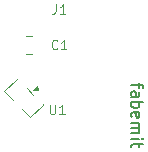
<source format=gbr>
%TF.GenerationSoftware,KiCad,Pcbnew,9.0.6*%
%TF.CreationDate,2025-11-08T15:20:26+00:00*%
%TF.ProjectId,Hall_Sensor_V1,48616c6c-5f53-4656-9e73-6f725f56312e,rev?*%
%TF.SameCoordinates,Original*%
%TF.FileFunction,Legend,Top*%
%TF.FilePolarity,Positive*%
%FSLAX46Y46*%
G04 Gerber Fmt 4.6, Leading zero omitted, Abs format (unit mm)*
G04 Created by KiCad (PCBNEW 9.0.6) date 2025-11-08 15:20:26*
%MOMM*%
%LPD*%
G01*
G04 APERTURE LIST*
%ADD10C,0.200000*%
%ADD11C,0.100000*%
%ADD12C,0.120000*%
G04 APERTURE END LIST*
D10*
X133299447Y-68226816D02*
X133299447Y-68607768D01*
X132632780Y-68369673D02*
X133489923Y-68369673D01*
X133489923Y-68369673D02*
X133585161Y-68417292D01*
X133585161Y-68417292D02*
X133632780Y-68512530D01*
X133632780Y-68512530D02*
X133632780Y-68607768D01*
X132632780Y-69369673D02*
X133156590Y-69369673D01*
X133156590Y-69369673D02*
X133251828Y-69322054D01*
X133251828Y-69322054D02*
X133299447Y-69226816D01*
X133299447Y-69226816D02*
X133299447Y-69036340D01*
X133299447Y-69036340D02*
X133251828Y-68941102D01*
X132680400Y-69369673D02*
X132632780Y-69274435D01*
X132632780Y-69274435D02*
X132632780Y-69036340D01*
X132632780Y-69036340D02*
X132680400Y-68941102D01*
X132680400Y-68941102D02*
X132775638Y-68893483D01*
X132775638Y-68893483D02*
X132870876Y-68893483D01*
X132870876Y-68893483D02*
X132966114Y-68941102D01*
X132966114Y-68941102D02*
X133013733Y-69036340D01*
X133013733Y-69036340D02*
X133013733Y-69274435D01*
X133013733Y-69274435D02*
X133061352Y-69369673D01*
X132632780Y-69845864D02*
X133632780Y-69845864D01*
X133251828Y-69845864D02*
X133299447Y-69941102D01*
X133299447Y-69941102D02*
X133299447Y-70131578D01*
X133299447Y-70131578D02*
X133251828Y-70226816D01*
X133251828Y-70226816D02*
X133204209Y-70274435D01*
X133204209Y-70274435D02*
X133108971Y-70322054D01*
X133108971Y-70322054D02*
X132823257Y-70322054D01*
X132823257Y-70322054D02*
X132728019Y-70274435D01*
X132728019Y-70274435D02*
X132680400Y-70226816D01*
X132680400Y-70226816D02*
X132632780Y-70131578D01*
X132632780Y-70131578D02*
X132632780Y-69941102D01*
X132632780Y-69941102D02*
X132680400Y-69845864D01*
X132680400Y-71131578D02*
X132632780Y-71036340D01*
X132632780Y-71036340D02*
X132632780Y-70845864D01*
X132632780Y-70845864D02*
X132680400Y-70750626D01*
X132680400Y-70750626D02*
X132775638Y-70703007D01*
X132775638Y-70703007D02*
X133156590Y-70703007D01*
X133156590Y-70703007D02*
X133251828Y-70750626D01*
X133251828Y-70750626D02*
X133299447Y-70845864D01*
X133299447Y-70845864D02*
X133299447Y-71036340D01*
X133299447Y-71036340D02*
X133251828Y-71131578D01*
X133251828Y-71131578D02*
X133156590Y-71179197D01*
X133156590Y-71179197D02*
X133061352Y-71179197D01*
X133061352Y-71179197D02*
X132966114Y-70703007D01*
X132632780Y-71607769D02*
X133299447Y-71607769D01*
X133204209Y-71607769D02*
X133251828Y-71655388D01*
X133251828Y-71655388D02*
X133299447Y-71750626D01*
X133299447Y-71750626D02*
X133299447Y-71893483D01*
X133299447Y-71893483D02*
X133251828Y-71988721D01*
X133251828Y-71988721D02*
X133156590Y-72036340D01*
X133156590Y-72036340D02*
X132632780Y-72036340D01*
X133156590Y-72036340D02*
X133251828Y-72083959D01*
X133251828Y-72083959D02*
X133299447Y-72179197D01*
X133299447Y-72179197D02*
X133299447Y-72322054D01*
X133299447Y-72322054D02*
X133251828Y-72417293D01*
X133251828Y-72417293D02*
X133156590Y-72464912D01*
X133156590Y-72464912D02*
X132632780Y-72464912D01*
X132632780Y-72941102D02*
X133299447Y-72941102D01*
X133632780Y-72941102D02*
X133585161Y-72893483D01*
X133585161Y-72893483D02*
X133537542Y-72941102D01*
X133537542Y-72941102D02*
X133585161Y-72988721D01*
X133585161Y-72988721D02*
X133632780Y-72941102D01*
X133632780Y-72941102D02*
X133537542Y-72941102D01*
X133299447Y-73274435D02*
X133299447Y-73655387D01*
X133632780Y-73417292D02*
X132775638Y-73417292D01*
X132775638Y-73417292D02*
X132680400Y-73464911D01*
X132680400Y-73464911D02*
X132632780Y-73560149D01*
X132632780Y-73560149D02*
X132632780Y-73655387D01*
D11*
X126233333Y-61564895D02*
X126233333Y-62136323D01*
X126233333Y-62136323D02*
X126195238Y-62250609D01*
X126195238Y-62250609D02*
X126119047Y-62326800D01*
X126119047Y-62326800D02*
X126004762Y-62364895D01*
X126004762Y-62364895D02*
X125928571Y-62364895D01*
X127033333Y-62364895D02*
X126576190Y-62364895D01*
X126804762Y-62364895D02*
X126804762Y-61564895D01*
X126804762Y-61564895D02*
X126728571Y-61679180D01*
X126728571Y-61679180D02*
X126652381Y-61755371D01*
X126652381Y-61755371D02*
X126576190Y-61793466D01*
X125725140Y-70064895D02*
X125725140Y-70712514D01*
X125725140Y-70712514D02*
X125763235Y-70788704D01*
X125763235Y-70788704D02*
X125801330Y-70826800D01*
X125801330Y-70826800D02*
X125877521Y-70864895D01*
X125877521Y-70864895D02*
X126029902Y-70864895D01*
X126029902Y-70864895D02*
X126106092Y-70826800D01*
X126106092Y-70826800D02*
X126144187Y-70788704D01*
X126144187Y-70788704D02*
X126182283Y-70712514D01*
X126182283Y-70712514D02*
X126182283Y-70064895D01*
X126982282Y-70864895D02*
X126525139Y-70864895D01*
X126753711Y-70864895D02*
X126753711Y-70064895D01*
X126753711Y-70064895D02*
X126677520Y-70179180D01*
X126677520Y-70179180D02*
X126601330Y-70255371D01*
X126601330Y-70255371D02*
X126525139Y-70293466D01*
X126366667Y-65288704D02*
X126328571Y-65326800D01*
X126328571Y-65326800D02*
X126214286Y-65364895D01*
X126214286Y-65364895D02*
X126138095Y-65364895D01*
X126138095Y-65364895D02*
X126023809Y-65326800D01*
X126023809Y-65326800D02*
X125947619Y-65250609D01*
X125947619Y-65250609D02*
X125909524Y-65174419D01*
X125909524Y-65174419D02*
X125871428Y-65022038D01*
X125871428Y-65022038D02*
X125871428Y-64907752D01*
X125871428Y-64907752D02*
X125909524Y-64755371D01*
X125909524Y-64755371D02*
X125947619Y-64679180D01*
X125947619Y-64679180D02*
X126023809Y-64602990D01*
X126023809Y-64602990D02*
X126138095Y-64564895D01*
X126138095Y-64564895D02*
X126214286Y-64564895D01*
X126214286Y-64564895D02*
X126328571Y-64602990D01*
X126328571Y-64602990D02*
X126366667Y-64641085D01*
X127128571Y-65364895D02*
X126671428Y-65364895D01*
X126900000Y-65364895D02*
X126900000Y-64564895D01*
X126900000Y-64564895D02*
X126823809Y-64679180D01*
X126823809Y-64679180D02*
X126747619Y-64755371D01*
X126747619Y-64755371D02*
X126671428Y-64793466D01*
D12*
%TO.C,U1*%
X124687939Y-68840623D02*
X124284889Y-68776983D01*
X124624300Y-68437572D01*
X124687939Y-68840623D01*
G36*
X124687939Y-68840623D02*
G01*
X124284889Y-68776983D01*
X124624300Y-68437572D01*
X124687939Y-68840623D01*
G37*
X121859512Y-68925476D02*
X122934315Y-67850673D01*
X122566619Y-69632582D02*
X121859512Y-68925476D01*
X124065685Y-71131649D02*
X123358579Y-70424542D01*
X122934315Y-67850673D02*
X122969670Y-67886029D01*
X123761630Y-68677988D02*
X124313173Y-69229531D01*
X125105132Y-70021491D02*
X125140488Y-70056846D01*
X125140488Y-70056846D02*
X124065685Y-71131649D01*
%TO.C,C1*%
X123701248Y-64265000D02*
X124223752Y-64265000D01*
X123701248Y-65735000D02*
X124223752Y-65735000D01*
%TD*%
M02*

</source>
